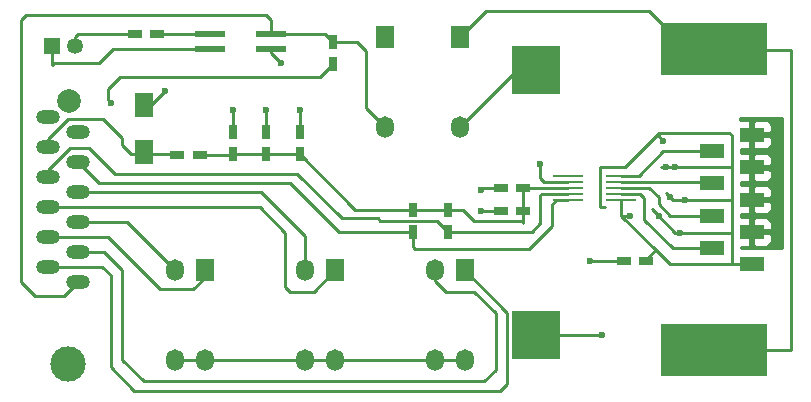
<source format=gbr>
G04 #@! TF.FileFunction,Copper,L1,Top,Signal*
%FSLAX46Y46*%
G04 Gerber Fmt 4.6, Leading zero omitted, Abs format (unit mm)*
G04 Created by KiCad (PCBNEW 4.0.4+e1-6308~48~ubuntu14.04.1-stable) date Sun Oct 16 10:35:48 2016*
%MOMM*%
%LPD*%
G01*
G04 APERTURE LIST*
%ADD10C,0.100000*%
%ADD11R,0.750000X1.200000*%
%ADD12R,1.200000X0.750000*%
%ADD13R,1.350000X1.350000*%
%ADD14C,1.350000*%
%ADD15O,2.000000X1.200000*%
%ADD16C,2.000000*%
%ADD17R,1.524000X1.824000*%
%ADD18O,1.524000X1.824000*%
%ADD19R,2.500000X0.600000*%
%ADD20R,2.500000X0.270000*%
%ADD21R,4.064000X4.064000*%
%ADD22R,9.000000X4.450000*%
%ADD23R,2.100000X1.200000*%
%ADD24R,1.600000X2.000000*%
%ADD25C,3.000000*%
%ADD26C,0.600000*%
%ADD27C,0.250000*%
%ADD28C,0.254000*%
G04 APERTURE END LIST*
D10*
D11*
X172200000Y-102150000D03*
X172200000Y-100250000D03*
X175000000Y-102150000D03*
X175000000Y-100250000D03*
D12*
X204350000Y-111200000D03*
X202450000Y-111200000D03*
D11*
X169400000Y-102150000D03*
X169400000Y-100250000D03*
D12*
X193950000Y-107000000D03*
X192050000Y-107000000D03*
X193950000Y-105000000D03*
X192050000Y-105000000D03*
X164650000Y-102200000D03*
X166550000Y-102200000D03*
D13*
X154000000Y-93000000D03*
D14*
X156000000Y-93000000D03*
D15*
X153730000Y-99015000D03*
X156270000Y-100285000D03*
X153730000Y-101555000D03*
X156270000Y-102825000D03*
X153730000Y-104095000D03*
X156270000Y-105365000D03*
X153730000Y-106635000D03*
X156270000Y-107905000D03*
X153730000Y-109175000D03*
X156270000Y-110445000D03*
X153730000Y-111715000D03*
X156270000Y-112985000D03*
D16*
X155500000Y-97650000D03*
D12*
X162950000Y-92000000D03*
X161050000Y-92000000D03*
D11*
X177800000Y-94550000D03*
X177800000Y-92650000D03*
X184600000Y-106850000D03*
X184600000Y-108750000D03*
X187600000Y-106850000D03*
X187600000Y-108750000D03*
D17*
X188600000Y-92200000D03*
D18*
X188600000Y-99820000D03*
D17*
X182200000Y-92200000D03*
D18*
X182200000Y-99820000D03*
D19*
X172600000Y-91965000D03*
X167400000Y-91965000D03*
X172600000Y-93235000D03*
X167400000Y-93235000D03*
D20*
X197750000Y-106000000D03*
X202250000Y-106000000D03*
X197750000Y-105500000D03*
X202250000Y-105500000D03*
X197750000Y-105000000D03*
X202250000Y-105000000D03*
X197750000Y-104500000D03*
X202250000Y-104500000D03*
X197750000Y-104000000D03*
X202250000Y-104000000D03*
D21*
X195000000Y-117500000D03*
X195000000Y-95000000D03*
D17*
X167000000Y-112000000D03*
D18*
X167000000Y-119620000D03*
X164460000Y-112000000D03*
X164460000Y-119620000D03*
D17*
X178000000Y-112000000D03*
D18*
X178000000Y-119620000D03*
X175460000Y-112000000D03*
X175460000Y-119620000D03*
D17*
X189000000Y-112000000D03*
D18*
X189000000Y-119620000D03*
X186460000Y-112000000D03*
X186460000Y-119620000D03*
D22*
X210100000Y-118775000D03*
D23*
X213300000Y-111480000D03*
X209900000Y-110110000D03*
X213300000Y-108740000D03*
X209900000Y-107370000D03*
X213300000Y-106000000D03*
X209900000Y-104630000D03*
X213300000Y-103260000D03*
X209900000Y-101890000D03*
X213300000Y-100520000D03*
D22*
X210100000Y-93225000D03*
D24*
X161800000Y-102000000D03*
X161800000Y-98000000D03*
D25*
X155400000Y-119900000D03*
D26*
X213300000Y-107400000D03*
X213300000Y-104600000D03*
X213300000Y-101900000D03*
X163600000Y-96800000D03*
X200600000Y-117500000D03*
X199600000Y-111200000D03*
X172200000Y-98400000D03*
X169400000Y-98400000D03*
X215200000Y-108800000D03*
X215200000Y-106000000D03*
X215000000Y-103400000D03*
X215200000Y-100400000D03*
X190400000Y-107000000D03*
X175000000Y-98400000D03*
X173400000Y-94400000D03*
X195400000Y-103000000D03*
X190400000Y-105200000D03*
X203000000Y-107400000D03*
X207200000Y-108800000D03*
X205800000Y-101000000D03*
X206000000Y-103200000D03*
X207600000Y-106000000D03*
X206800000Y-103200000D03*
X205400000Y-107400000D03*
X206400000Y-105800000D03*
X159000000Y-97800000D03*
D27*
X184600000Y-106850000D02*
X179700000Y-106850000D01*
X179700000Y-106850000D02*
X175000000Y-102150000D01*
X187600000Y-106850000D02*
X184600000Y-106850000D01*
X153730000Y-101555000D02*
X153730000Y-100870000D01*
X160750000Y-102150000D02*
X161800000Y-102150000D01*
X160000000Y-101400000D02*
X160750000Y-102150000D01*
X160000000Y-100800000D02*
X160000000Y-101400000D01*
X158400000Y-99200000D02*
X160000000Y-100800000D01*
X155400000Y-99200000D02*
X158400000Y-99200000D01*
X153730000Y-100870000D02*
X155400000Y-99200000D01*
X193950000Y-107000000D02*
X193950000Y-107950000D01*
X193950000Y-107950000D02*
X193800000Y-107800000D01*
X193800000Y-107800000D02*
X189800000Y-107800000D01*
X188850000Y-106850000D02*
X187600000Y-106850000D01*
X172200000Y-102150000D02*
X175000000Y-102150000D01*
X169400000Y-102150000D02*
X172200000Y-102150000D01*
X166550000Y-102200000D02*
X169350000Y-102200000D01*
X169350000Y-102200000D02*
X169400000Y-102150000D01*
X161800000Y-102150000D02*
X164600000Y-102150000D01*
X164600000Y-102150000D02*
X164650000Y-102200000D01*
X189800000Y-107800000D02*
X188850000Y-106850000D01*
X193950000Y-105000000D02*
X197750000Y-105000000D01*
X193950000Y-105000000D02*
X193950000Y-107000000D01*
X213300000Y-100520000D02*
X213300000Y-101900000D01*
X213300000Y-104600000D02*
X213300000Y-107400000D01*
X195000000Y-95000000D02*
X193420000Y-95000000D01*
X193420000Y-95000000D02*
X188600000Y-99820000D01*
X161800000Y-98000000D02*
X162400000Y-98000000D01*
X162400000Y-98000000D02*
X163600000Y-96800000D01*
X195000000Y-117500000D02*
X200400000Y-117500000D01*
X200400000Y-117500000D02*
X200600000Y-117500000D01*
X202450000Y-111200000D02*
X199600000Y-111200000D01*
X172200000Y-100250000D02*
X172200000Y-98400000D01*
X169400000Y-100250000D02*
X169400000Y-98400000D01*
X172600000Y-93235000D02*
X172600000Y-93600000D01*
X172600000Y-93600000D02*
X173400000Y-94400000D01*
X197750000Y-104500000D02*
X195700000Y-104500000D01*
X195700000Y-104500000D02*
X195400000Y-104200000D01*
X192050000Y-107000000D02*
X190400000Y-107000000D01*
X192050000Y-105000000D02*
X190600000Y-105000000D01*
X213300000Y-108740000D02*
X215140000Y-108740000D01*
X215140000Y-108740000D02*
X215200000Y-108800000D01*
X213300000Y-106000000D02*
X215200000Y-106000000D01*
X213300000Y-103260000D02*
X214860000Y-103260000D01*
X214860000Y-103260000D02*
X215000000Y-103400000D01*
X213300000Y-100520000D02*
X215080000Y-100520000D01*
X215080000Y-100520000D02*
X215200000Y-100400000D01*
X175000000Y-100250000D02*
X175000000Y-98400000D01*
X195400000Y-104200000D02*
X195400000Y-103000000D01*
X190600000Y-105000000D02*
X190400000Y-105200000D01*
X202250000Y-107350000D02*
X202950000Y-107350000D01*
X202950000Y-107350000D02*
X203000000Y-107400000D01*
X204350000Y-111200000D02*
X204350000Y-111050000D01*
X204350000Y-111050000D02*
X205150000Y-110250000D01*
X202250000Y-106000000D02*
X202250000Y-107350000D01*
X202250000Y-107350000D02*
X205150000Y-110250000D01*
X205150000Y-110250000D02*
X206380000Y-111480000D01*
X205450000Y-100650000D02*
X205450000Y-100350000D01*
X205800000Y-101000000D02*
X205450000Y-100650000D01*
X206400000Y-103200000D02*
X206800000Y-103200000D01*
X211600000Y-103200000D02*
X206400000Y-103200000D01*
X206400000Y-103200000D02*
X206000000Y-103200000D01*
X206000000Y-103200000D02*
X205600000Y-103200000D01*
X211600000Y-106000000D02*
X207600000Y-106000000D01*
X207600000Y-106000000D02*
X206600000Y-106000000D01*
X206600000Y-106000000D02*
X206400000Y-105800000D01*
X206400000Y-105800000D02*
X206000000Y-105400000D01*
X211600000Y-108800000D02*
X207200000Y-108800000D01*
X207200000Y-108800000D02*
X206800000Y-108800000D01*
X206800000Y-108800000D02*
X205400000Y-107400000D01*
X205400000Y-107400000D02*
X204800000Y-106800000D01*
X200400000Y-105950000D02*
X200400000Y-106650000D01*
X200450000Y-106600000D02*
X200850000Y-106600000D01*
X200400000Y-106650000D02*
X200450000Y-106600000D01*
X202550000Y-103250000D02*
X200450000Y-103250000D01*
X200450000Y-103250000D02*
X200400000Y-103300000D01*
X200400000Y-103300000D02*
X200400000Y-105950000D01*
X205450000Y-100350000D02*
X202550000Y-103250000D01*
X211600000Y-100550000D02*
X211400000Y-100350000D01*
X211600000Y-103200000D02*
X211600000Y-100550000D01*
X211400000Y-100350000D02*
X205450000Y-100350000D01*
X211600000Y-111480000D02*
X211600000Y-108800000D01*
X211600000Y-108800000D02*
X211600000Y-106000000D01*
X211600000Y-106000000D02*
X211600000Y-103200000D01*
X200400000Y-105950000D02*
X200400000Y-106000000D01*
X206380000Y-111480000D02*
X211600000Y-111480000D01*
X211600000Y-111480000D02*
X213300000Y-111480000D01*
X154000000Y-93000000D02*
X154000000Y-94600000D01*
X159165000Y-93235000D02*
X167400000Y-93235000D01*
X158000000Y-94400000D02*
X159165000Y-93235000D01*
X154200000Y-94400000D02*
X158000000Y-94400000D01*
X154000000Y-94600000D02*
X154200000Y-94400000D01*
X161050000Y-92000000D02*
X156200000Y-92000000D01*
X156000000Y-92200000D02*
X156000000Y-93000000D01*
X156200000Y-92000000D02*
X156000000Y-92200000D01*
X164460000Y-119620000D02*
X167000000Y-119620000D01*
X167000000Y-119620000D02*
X175460000Y-119620000D01*
X175460000Y-119620000D02*
X178000000Y-119620000D01*
X178000000Y-119620000D02*
X186460000Y-119620000D01*
X186460000Y-119620000D02*
X189000000Y-119620000D01*
X176750000Y-95600000D02*
X177800000Y-94550000D01*
X159800000Y-95600000D02*
X176750000Y-95600000D01*
X158800000Y-96600000D02*
X159800000Y-95600000D01*
X158800000Y-97600000D02*
X158800000Y-96600000D01*
X159000000Y-97800000D02*
X158800000Y-97600000D01*
X184600000Y-108750000D02*
X178350000Y-108750000D01*
X158045000Y-104600000D02*
X156270000Y-102825000D01*
X174200000Y-104600000D02*
X158045000Y-104600000D01*
X178350000Y-108750000D02*
X174200000Y-104600000D01*
X184600000Y-108750000D02*
X184600000Y-110000000D01*
X196400000Y-106400000D02*
X196800000Y-106000000D01*
X196400000Y-108200000D02*
X196400000Y-106400000D01*
X194400000Y-110200000D02*
X196400000Y-108200000D01*
X184800000Y-110200000D02*
X194400000Y-110200000D01*
X184600000Y-110000000D02*
X184800000Y-110200000D01*
X196800000Y-106000000D02*
X197750000Y-106000000D01*
X197750000Y-106000000D02*
X196600000Y-106000000D01*
X153730000Y-104095000D02*
X153730000Y-103470000D01*
X186650000Y-107800000D02*
X187600000Y-108750000D01*
X153730000Y-103470000D02*
X155600000Y-101600000D01*
X197750000Y-105500000D02*
X195500000Y-105500000D01*
X194650000Y-108750000D02*
X187600000Y-108750000D01*
X195400000Y-108000000D02*
X194650000Y-108750000D01*
X195400000Y-105600000D02*
X195400000Y-108000000D01*
X195500000Y-105500000D02*
X195400000Y-105600000D01*
X155600000Y-101600000D02*
X157200000Y-101600000D01*
X157200000Y-101600000D02*
X159400000Y-103800000D01*
X159400000Y-103800000D02*
X174800000Y-103800000D01*
X181800000Y-107800000D02*
X186650000Y-107800000D01*
X181600000Y-107600000D02*
X181800000Y-107800000D01*
X178600000Y-107600000D02*
X181600000Y-107600000D01*
X174800000Y-103800000D02*
X178600000Y-107600000D01*
X175460000Y-109060000D02*
X175460000Y-112000000D01*
X156270000Y-105365000D02*
X171765000Y-105365000D01*
X171765000Y-105365000D02*
X175460000Y-109060000D01*
X153730000Y-106635000D02*
X171635000Y-106635000D01*
X176200000Y-113800000D02*
X178000000Y-112000000D01*
X174200000Y-113800000D02*
X176200000Y-113800000D01*
X173800000Y-113400000D02*
X174200000Y-113800000D01*
X173800000Y-108800000D02*
X173800000Y-113400000D01*
X171635000Y-106635000D02*
X173800000Y-108800000D01*
X156270000Y-107905000D02*
X160365000Y-107905000D01*
X160365000Y-107905000D02*
X164460000Y-112000000D01*
X167000000Y-112000000D02*
X167000000Y-112600000D01*
X167000000Y-112600000D02*
X166000000Y-113600000D01*
X166000000Y-113600000D02*
X163200000Y-113600000D01*
X163200000Y-113600000D02*
X158775000Y-109175000D01*
X158775000Y-109175000D02*
X153730000Y-109175000D01*
X186460000Y-112000000D02*
X186460000Y-112860000D01*
X186460000Y-112860000D02*
X187400000Y-113800000D01*
X187400000Y-113800000D02*
X189800000Y-113800000D01*
X189800000Y-113800000D02*
X191600000Y-115600000D01*
X191600000Y-115600000D02*
X191600000Y-120400000D01*
X191600000Y-120400000D02*
X190600000Y-121400000D01*
X190600000Y-121400000D02*
X161800000Y-121400000D01*
X161800000Y-121400000D02*
X160000000Y-119600000D01*
X160000000Y-119600000D02*
X160000000Y-112000000D01*
X160000000Y-112000000D02*
X158445000Y-110445000D01*
X158445000Y-110445000D02*
X156270000Y-110445000D01*
X153730000Y-111715000D02*
X158315000Y-111715000D01*
X192600000Y-115600000D02*
X189000000Y-112000000D01*
X192600000Y-121600000D02*
X192600000Y-115600000D01*
X192000000Y-122200000D02*
X192600000Y-121600000D01*
X161000000Y-122200000D02*
X192000000Y-122200000D01*
X159000000Y-120200000D02*
X161000000Y-122200000D01*
X159000000Y-112400000D02*
X159000000Y-120200000D01*
X158315000Y-111715000D02*
X159000000Y-112400000D01*
X177800000Y-92650000D02*
X179850000Y-92650000D01*
X180600000Y-98220000D02*
X182200000Y-99820000D01*
X180600000Y-93400000D02*
X180600000Y-98220000D01*
X179850000Y-92650000D02*
X180600000Y-93400000D01*
X172600000Y-91965000D02*
X172600000Y-90800000D01*
X155055000Y-114200000D02*
X156270000Y-112985000D01*
X152600000Y-114200000D02*
X155055000Y-114200000D01*
X151400000Y-113000000D02*
X152600000Y-114200000D01*
X151400000Y-90800000D02*
X151400000Y-113000000D01*
X151800000Y-90400000D02*
X151400000Y-90800000D01*
X172200000Y-90400000D02*
X151800000Y-90400000D01*
X172600000Y-90800000D02*
X172200000Y-90400000D01*
X172600000Y-91965000D02*
X177115000Y-91965000D01*
X177115000Y-91965000D02*
X177800000Y-92650000D01*
X210100000Y-93225000D02*
X207825000Y-93225000D01*
X207825000Y-93225000D02*
X204600000Y-90000000D01*
X190800000Y-90000000D02*
X188600000Y-92200000D01*
X204600000Y-90000000D02*
X190800000Y-90000000D01*
X210175000Y-93300000D02*
X216600000Y-93300000D01*
X216575000Y-118775000D02*
X216600000Y-118750000D01*
X216600000Y-118750000D02*
X216600000Y-93300000D01*
X216575000Y-118775000D02*
X210100000Y-118775000D01*
X210175000Y-93300000D02*
X210100000Y-93225000D01*
X206575000Y-93225000D02*
X210100000Y-93225000D01*
X212975000Y-93225000D02*
X210100000Y-93225000D01*
X209925000Y-93400000D02*
X210100000Y-93225000D01*
X209875000Y-93000000D02*
X210100000Y-93225000D01*
X167400000Y-91965000D02*
X162985000Y-91965000D01*
X162985000Y-91965000D02*
X162950000Y-92000000D01*
X202250000Y-105500000D02*
X203800000Y-105500000D01*
X206610000Y-110110000D02*
X209900000Y-110110000D01*
X204200000Y-107700000D02*
X206610000Y-110110000D01*
X204200000Y-105900000D02*
X204200000Y-107700000D01*
X203800000Y-105500000D02*
X204200000Y-105900000D01*
X202250000Y-105000000D02*
X204600000Y-105000000D01*
X206370000Y-107370000D02*
X209900000Y-107370000D01*
X205400000Y-106400000D02*
X206370000Y-107370000D01*
X205400000Y-105800000D02*
X205400000Y-106400000D01*
X204600000Y-105000000D02*
X205400000Y-105800000D01*
X202250000Y-104500000D02*
X209770000Y-104500000D01*
X209770000Y-104500000D02*
X209900000Y-104630000D01*
X205810000Y-101890000D02*
X209900000Y-101890000D01*
X203700000Y-104000000D02*
X205810000Y-101890000D01*
X202250000Y-104000000D02*
X203700000Y-104000000D01*
D28*
G36*
X215840000Y-110073000D02*
X212360000Y-110073000D01*
X212360000Y-109975000D01*
X213014250Y-109975000D01*
X213173000Y-109816250D01*
X213173000Y-108867000D01*
X213427000Y-108867000D01*
X213427000Y-109816250D01*
X213585750Y-109975000D01*
X214476310Y-109975000D01*
X214709699Y-109878327D01*
X214888327Y-109699698D01*
X214985000Y-109466309D01*
X214985000Y-109025750D01*
X214826250Y-108867000D01*
X213427000Y-108867000D01*
X213173000Y-108867000D01*
X213153000Y-108867000D01*
X213153000Y-108613000D01*
X213173000Y-108613000D01*
X213173000Y-107663750D01*
X213427000Y-107663750D01*
X213427000Y-108613000D01*
X214826250Y-108613000D01*
X214985000Y-108454250D01*
X214985000Y-108013691D01*
X214888327Y-107780302D01*
X214709699Y-107601673D01*
X214476310Y-107505000D01*
X213585750Y-107505000D01*
X213427000Y-107663750D01*
X213173000Y-107663750D01*
X213014250Y-107505000D01*
X212360000Y-107505000D01*
X212360000Y-107235000D01*
X213014250Y-107235000D01*
X213173000Y-107076250D01*
X213173000Y-106127000D01*
X213427000Y-106127000D01*
X213427000Y-107076250D01*
X213585750Y-107235000D01*
X214476310Y-107235000D01*
X214709699Y-107138327D01*
X214888327Y-106959698D01*
X214985000Y-106726309D01*
X214985000Y-106285750D01*
X214826250Y-106127000D01*
X213427000Y-106127000D01*
X213173000Y-106127000D01*
X213153000Y-106127000D01*
X213153000Y-105873000D01*
X213173000Y-105873000D01*
X213173000Y-104923750D01*
X213427000Y-104923750D01*
X213427000Y-105873000D01*
X214826250Y-105873000D01*
X214985000Y-105714250D01*
X214985000Y-105273691D01*
X214888327Y-105040302D01*
X214709699Y-104861673D01*
X214476310Y-104765000D01*
X213585750Y-104765000D01*
X213427000Y-104923750D01*
X213173000Y-104923750D01*
X213014250Y-104765000D01*
X212360000Y-104765000D01*
X212360000Y-104495000D01*
X213014250Y-104495000D01*
X213173000Y-104336250D01*
X213173000Y-103387000D01*
X213427000Y-103387000D01*
X213427000Y-104336250D01*
X213585750Y-104495000D01*
X214476310Y-104495000D01*
X214709699Y-104398327D01*
X214888327Y-104219698D01*
X214985000Y-103986309D01*
X214985000Y-103545750D01*
X214826250Y-103387000D01*
X213427000Y-103387000D01*
X213173000Y-103387000D01*
X213153000Y-103387000D01*
X213153000Y-103133000D01*
X213173000Y-103133000D01*
X213173000Y-102183750D01*
X213427000Y-102183750D01*
X213427000Y-103133000D01*
X214826250Y-103133000D01*
X214985000Y-102974250D01*
X214985000Y-102533691D01*
X214888327Y-102300302D01*
X214709699Y-102121673D01*
X214476310Y-102025000D01*
X213585750Y-102025000D01*
X213427000Y-102183750D01*
X213173000Y-102183750D01*
X213014250Y-102025000D01*
X212360000Y-102025000D01*
X212360000Y-101755000D01*
X213014250Y-101755000D01*
X213173000Y-101596250D01*
X213173000Y-100647000D01*
X213427000Y-100647000D01*
X213427000Y-101596250D01*
X213585750Y-101755000D01*
X214476310Y-101755000D01*
X214709699Y-101658327D01*
X214888327Y-101479698D01*
X214985000Y-101246309D01*
X214985000Y-100805750D01*
X214826250Y-100647000D01*
X213427000Y-100647000D01*
X213173000Y-100647000D01*
X213153000Y-100647000D01*
X213153000Y-100393000D01*
X213173000Y-100393000D01*
X213173000Y-99443750D01*
X213427000Y-99443750D01*
X213427000Y-100393000D01*
X214826250Y-100393000D01*
X214985000Y-100234250D01*
X214985000Y-99793691D01*
X214888327Y-99560302D01*
X214709699Y-99381673D01*
X214476310Y-99285000D01*
X213585750Y-99285000D01*
X213427000Y-99443750D01*
X213173000Y-99443750D01*
X213014250Y-99285000D01*
X212327000Y-99285000D01*
X212327000Y-99127000D01*
X215840000Y-99127000D01*
X215840000Y-110073000D01*
X215840000Y-110073000D01*
G37*
X215840000Y-110073000D02*
X212360000Y-110073000D01*
X212360000Y-109975000D01*
X213014250Y-109975000D01*
X213173000Y-109816250D01*
X213173000Y-108867000D01*
X213427000Y-108867000D01*
X213427000Y-109816250D01*
X213585750Y-109975000D01*
X214476310Y-109975000D01*
X214709699Y-109878327D01*
X214888327Y-109699698D01*
X214985000Y-109466309D01*
X214985000Y-109025750D01*
X214826250Y-108867000D01*
X213427000Y-108867000D01*
X213173000Y-108867000D01*
X213153000Y-108867000D01*
X213153000Y-108613000D01*
X213173000Y-108613000D01*
X213173000Y-107663750D01*
X213427000Y-107663750D01*
X213427000Y-108613000D01*
X214826250Y-108613000D01*
X214985000Y-108454250D01*
X214985000Y-108013691D01*
X214888327Y-107780302D01*
X214709699Y-107601673D01*
X214476310Y-107505000D01*
X213585750Y-107505000D01*
X213427000Y-107663750D01*
X213173000Y-107663750D01*
X213014250Y-107505000D01*
X212360000Y-107505000D01*
X212360000Y-107235000D01*
X213014250Y-107235000D01*
X213173000Y-107076250D01*
X213173000Y-106127000D01*
X213427000Y-106127000D01*
X213427000Y-107076250D01*
X213585750Y-107235000D01*
X214476310Y-107235000D01*
X214709699Y-107138327D01*
X214888327Y-106959698D01*
X214985000Y-106726309D01*
X214985000Y-106285750D01*
X214826250Y-106127000D01*
X213427000Y-106127000D01*
X213173000Y-106127000D01*
X213153000Y-106127000D01*
X213153000Y-105873000D01*
X213173000Y-105873000D01*
X213173000Y-104923750D01*
X213427000Y-104923750D01*
X213427000Y-105873000D01*
X214826250Y-105873000D01*
X214985000Y-105714250D01*
X214985000Y-105273691D01*
X214888327Y-105040302D01*
X214709699Y-104861673D01*
X214476310Y-104765000D01*
X213585750Y-104765000D01*
X213427000Y-104923750D01*
X213173000Y-104923750D01*
X213014250Y-104765000D01*
X212360000Y-104765000D01*
X212360000Y-104495000D01*
X213014250Y-104495000D01*
X213173000Y-104336250D01*
X213173000Y-103387000D01*
X213427000Y-103387000D01*
X213427000Y-104336250D01*
X213585750Y-104495000D01*
X214476310Y-104495000D01*
X214709699Y-104398327D01*
X214888327Y-104219698D01*
X214985000Y-103986309D01*
X214985000Y-103545750D01*
X214826250Y-103387000D01*
X213427000Y-103387000D01*
X213173000Y-103387000D01*
X213153000Y-103387000D01*
X213153000Y-103133000D01*
X213173000Y-103133000D01*
X213173000Y-102183750D01*
X213427000Y-102183750D01*
X213427000Y-103133000D01*
X214826250Y-103133000D01*
X214985000Y-102974250D01*
X214985000Y-102533691D01*
X214888327Y-102300302D01*
X214709699Y-102121673D01*
X214476310Y-102025000D01*
X213585750Y-102025000D01*
X213427000Y-102183750D01*
X213173000Y-102183750D01*
X213014250Y-102025000D01*
X212360000Y-102025000D01*
X212360000Y-101755000D01*
X213014250Y-101755000D01*
X213173000Y-101596250D01*
X213173000Y-100647000D01*
X213427000Y-100647000D01*
X213427000Y-101596250D01*
X213585750Y-101755000D01*
X214476310Y-101755000D01*
X214709699Y-101658327D01*
X214888327Y-101479698D01*
X214985000Y-101246309D01*
X214985000Y-100805750D01*
X214826250Y-100647000D01*
X213427000Y-100647000D01*
X213173000Y-100647000D01*
X213153000Y-100647000D01*
X213153000Y-100393000D01*
X213173000Y-100393000D01*
X213173000Y-99443750D01*
X213427000Y-99443750D01*
X213427000Y-100393000D01*
X214826250Y-100393000D01*
X214985000Y-100234250D01*
X214985000Y-99793691D01*
X214888327Y-99560302D01*
X214709699Y-99381673D01*
X214476310Y-99285000D01*
X213585750Y-99285000D01*
X213427000Y-99443750D01*
X213173000Y-99443750D01*
X213014250Y-99285000D01*
X212327000Y-99285000D01*
X212327000Y-99127000D01*
X215840000Y-99127000D01*
X215840000Y-110073000D01*
M02*

</source>
